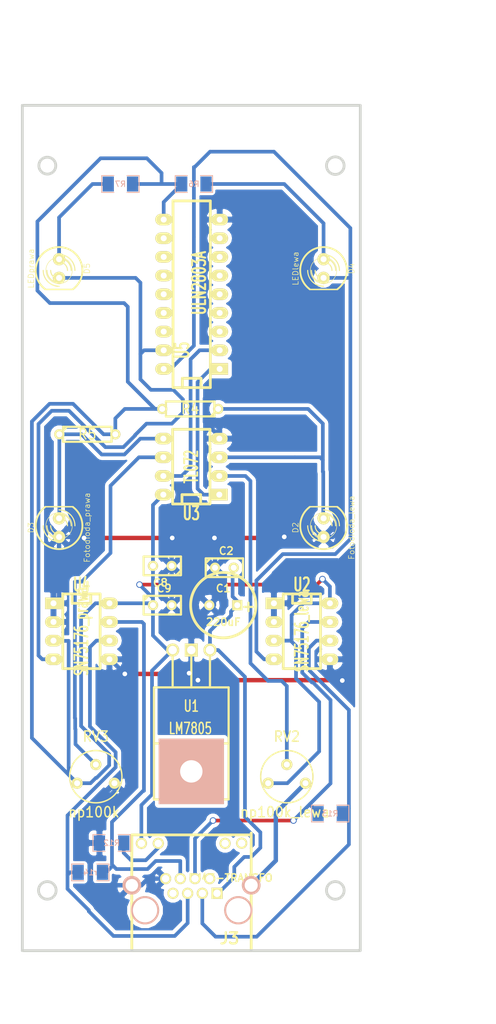
<source format=kicad_pcb>
(kicad_pcb (version 3) (host pcbnew "(2013-07-07 BZR 4022)-stable")
  (layers (15 Front signal) (0 Back signal))
  (net 0 "")
  (net 1 +5V)
  (net 2 GND)
  (net 3 N-0000020)
  (net 4 N-0000022)
  (net 5 N-0000023)
  (net 6 N-0000024)
  (net 7 N-0000025)
  (net 8 N-0000026)
  (net 9 N-0000027)
  (net 10 N-0000028)
  (net 11 N-000003)
  (net 12 N-0000030)
  (net 13 N-0000031)
  (net 14 N-0000032)
  (net 15 N-0000033)
  (net 16 N-000005)
  (net 17 N-000006)
  (net 18 N-000007)
  (module C1 (layer Front) (at 145.69948 118.95074 180)
    (fp_text reference C8)
    (fp_text value 100nF hide)
    (pad 1 thru_hole circle (at -1.27 0 180) (size 1.397 1.397) (drill 0.8128) (layers *.Cu *.Mask Opisowa_Gorna) (net 2 GND))
    (pad 2 thru_hole circle (at 1.27 0 180) (size 1.397 1.397) (drill 0.8128) (layers *.Cu *.Mask Opisowa_Gorna) (net 1 +5V))
  )
  (module C1 (layer Front) (at 154.15006 119.19966)
    (fp_text reference C2)
    (fp_text value 100nF hide)
    (pad 1 thru_hole circle (at -1.27 0) (size 1.397 1.397) (drill 0.8128) (layers *.Cu *.Mask Opisowa_Gorna) (net 2 GND))
    (pad 2 thru_hole circle (at 1.27 0) (size 1.397 1.397) (drill 0.8128) (layers *.Cu *.Mask Opisowa_Gorna) (net 12 N-0000030))
  )
  (module DIP-8__300_ELL (layer Front) (at 164.70122 127.8509 270)
    (fp_text reference U2)
    (fp_text value SN75176_lewa)
    (pad 1 thru_hole rect (at -3.81 3.81 270) (size 1.5748 2.286) (drill 0.8128) (layers *.Cu *.Mask Opisowa_Gorna) (net 2 GND))
    (pad 2 thru_hole oval (at -1.27 3.81 270) (size 1.5748 2.286) (drill 0.8128) (layers *.Cu *.Mask Opisowa_Gorna) (net 2 GND))
    (pad 3 thru_hole oval (at 1.27 3.81 270) (size 1.5748 2.286) (drill 0.8128) (layers *.Cu *.Mask Opisowa_Gorna) (net 1 +5V))
    (pad 4 thru_hole oval (at 3.81 3.81 270) (size 1.5748 2.286) (drill 0.8128) (layers *.Cu *.Mask Opisowa_Gorna) (net 6 N-0000024))
    (pad 5 thru_hole oval (at 3.81 -3.81 270) (size 1.5748 2.286) (drill 0.8128) (layers *.Cu *.Mask Opisowa_Gorna) (net 2 GND))
    (pad 6 thru_hole oval (at 1.27 -3.81 270) (size 1.5748 2.286) (drill 0.8128) (layers *.Cu *.Mask Opisowa_Gorna) (net 14 N-0000032))
    (pad 7 thru_hole oval (at -1.27 -3.81 270) (size 1.5748 2.286) (drill 0.8128) (layers *.Cu *.Mask Opisowa_Gorna) (net 8 N-0000026))
    (pad 8 thru_hole oval (at -3.81 -3.81 270) (size 1.5748 2.286) (drill 0.8128) (layers *.Cu *.Mask Opisowa_Gorna) (net 1 +5V))
  )
  (module DIP-8__300_ELL (layer Front) (at 149.64918 105.45064 90)
    (fp_text reference U3)
    (fp_text value TL072)
    (pad 1 thru_hole rect (at -3.81 3.81 90) (size 1.5748 2.286) (drill 0.8128) (layers *.Cu *.Mask Opisowa_Gorna) (net 4 N-0000022))
    (pad 2 thru_hole oval (at -1.27 3.81 90) (size 1.5748 2.286) (drill 0.8128) (layers *.Cu *.Mask Opisowa_Gorna) (net 5 N-0000023))
    (pad 3 thru_hole oval (at 1.27 3.81 90) (size 1.5748 2.286) (drill 0.8128) (layers *.Cu *.Mask Opisowa_Gorna) (net 10 N-0000028))
    (pad 4 thru_hole oval (at 3.81 3.81 90) (size 1.5748 2.286) (drill 0.8128) (layers *.Cu *.Mask Opisowa_Gorna) (net 2 GND))
    (pad 5 thru_hole oval (at 3.81 -3.81 90) (size 1.5748 2.286) (drill 0.8128) (layers *.Cu *.Mask Opisowa_Gorna) (net 7 N-0000025))
    (pad 6 thru_hole oval (at 1.27 -3.81 90) (size 1.5748 2.286) (drill 0.8128) (layers *.Cu *.Mask Opisowa_Gorna) (net 11 N-000003))
    (pad 7 thru_hole oval (at -1.27 -3.81 90) (size 1.5748 2.286) (drill 0.8128) (layers *.Cu *.Mask Opisowa_Gorna) (net 18 N-000007))
    (pad 8 thru_hole oval (at -3.81 -3.81 90) (size 1.5748 2.286) (drill 0.8128) (layers *.Cu *.Mask Opisowa_Gorna) (net 1 +5V))
  )
  (module DIP-8__300_ELL (layer Front) (at 134.69874 127.8509 270)
    (fp_text reference U4)
    (fp_text value SN75176_prawa)
    (pad 1 thru_hole rect (at -3.81 3.81 270) (size 1.5748 2.286) (drill 0.8128) (layers *.Cu *.Mask Opisowa_Gorna) (net 2 GND))
    (pad 2 thru_hole oval (at -1.27 3.81 270) (size 1.5748 2.286) (drill 0.8128) (layers *.Cu *.Mask Opisowa_Gorna) (net 2 GND))
    (pad 3 thru_hole oval (at 1.27 3.81 270) (size 1.5748 2.286) (drill 0.8128) (layers *.Cu *.Mask Opisowa_Gorna) (net 1 +5V))
    (pad 4 thru_hole oval (at 3.81 3.81 270) (size 1.5748 2.286) (drill 0.8128) (layers *.Cu *.Mask Opisowa_Gorna) (net 15 N-0000033))
    (pad 5 thru_hole oval (at 3.81 -3.81 270) (size 1.5748 2.286) (drill 0.8128) (layers *.Cu *.Mask Opisowa_Gorna) (net 2 GND))
    (pad 6 thru_hole oval (at 1.27 -3.81 270) (size 1.5748 2.286) (drill 0.8128) (layers *.Cu *.Mask Opisowa_Gorna) (net 13 N-0000031))
    (pad 7 thru_hole oval (at -1.27 -3.81 270) (size 1.5748 2.286) (drill 0.8128) (layers *.Cu *.Mask Opisowa_Gorna) (net 9 N-0000027))
    (pad 8 thru_hole oval (at -3.81 -3.81 270) (size 1.5748 2.286) (drill 0.8128) (layers *.Cu *.Mask Opisowa_Gorna) (net 1 +5V))
  )
  (module LED-5MM (layer Front) (at 131.65074 113.74882 90)
    (fp_text reference D3)
    (fp_text value Fotodioda_prawa)
    (pad 1 thru_hole circle (at -1.27 0 90) (size 1.6764 1.6764) (drill 0.8128) (layers *.Cu Pasty_Gorna Opisowa_Gorna Maski_Gorna) (net 2 GND))
    (pad 2 thru_hole circle (at 1.27 0 90) (size 1.6764 1.6764) (drill 0.8128) (layers *.Cu Pasty_Gorna Opisowa_Gorna Maski_Gorna) (net 7 N-0000025))
  )
  (module LED-5MM (layer Front) (at 167.65016 113.74882 90)
    (fp_text reference D2)
    (fp_text value Fotodioda_lewa)
    (pad 1 thru_hole circle (at -1.27 0 90) (size 1.6764 1.6764) (drill 0.8128) (layers *.Cu Pasty_Gorna Opisowa_Gorna Maski_Gorna) (net 2 GND))
    (pad 2 thru_hole circle (at 1.27 0 90) (size 1.6764 1.6764) (drill 0.8128) (layers *.Cu Pasty_Gorna Opisowa_Gorna Maski_Gorna) (net 10 N-0000028))
  )
  (module LM78XX (layer Front) (at 149.64918 130.40106 270)
    (fp_text reference U1)
    (fp_text value LM7805)
    (pad 4 thru_hole rect (at 16.51 0 270) (size 8.89 8.89) (drill 3.048) (layers *.Cu *.SilkS *.Mask))
    (pad VI thru_hole circle (at 0 -2.54 270) (size 1.778 1.778) (drill 1.143) (layers *.Cu *.Mask Opisowa_Gorna) (net 12 N-0000030))
    (pad GND thru_hole rect (at 0 0 270) (size 1.778 1.778) (drill 1.143) (layers *.Cu *.Mask Opisowa_Gorna) (net 2 GND))
    (pad VO thru_hole circle (at 0 2.54 270) (size 1.778 1.778) (drill 1.143) (layers *.Cu *.Mask Opisowa_Gorna) (net 1 +5V))
  )
  (module R3 (layer Front) (at 135.49884 101.04882)
    (fp_text reference R5)
    (fp_text value 1,5M hide)
    (pad 1 thru_hole circle (at -3.81 0) (size 1.397 1.397) (drill 0.8128) (layers *.Cu *.Mask Opisowa_Gorna) (net 7 N-0000025))
    (pad 2 thru_hole circle (at 3.81 0) (size 1.397 1.397) (drill 0.8128) (layers *.Cu *.Mask Opisowa_Gorna) (net 1 +5V))
  )
  (module R3 (layer Front) (at 149.49932 97.5995 180)
    (fp_text reference R4)
    (fp_text value 1,5M hide)
    (pad 1 thru_hole circle (at -3.81 0 180) (size 1.397 1.397) (drill 0.8128) (layers *.Cu *.Mask Opisowa_Gorna) (net 10 N-0000028))
    (pad 2 thru_hole circle (at 3.81 0 180) (size 1.397 1.397) (drill 0.8128) (layers *.Cu *.Mask Opisowa_Gorna) (net 1 +5V))
  )
  (module RV2 (layer Front) (at 136.64946 147.24888)
    (fp_text reference RV3)
    (fp_text value np100k)
    (pad 1 thru_hole circle (at -2.54 1.27) (size 1.524 1.524) (drill 0.8128) (layers *.Cu *.Mask Opisowa_Gorna) (net 1 +5V))
    (pad 2 thru_hole circle (at 0 -1.27) (size 1.524 1.524) (drill 0.8128) (layers *.Cu *.Mask Opisowa_Gorna) (net 11 N-000003))
    (pad 3 thru_hole circle (at 2.54 1.27) (size 1.524 1.524) (drill 0.8128) (layers *.Cu *.Mask Opisowa_Gorna) (net 2 GND))
  )
  (module RV2 (layer Front) (at 162.6489 147.24888)
    (fp_text reference RV2)
    (fp_text value np100k_lewa)
    (pad 1 thru_hole circle (at -2.54 1.27) (size 1.524 1.524) (drill 0.8128) (layers *.Cu *.Mask Opisowa_Gorna) (net 1 +5V))
    (pad 2 thru_hole circle (at 0 -1.27) (size 1.524 1.524) (drill 0.8128) (layers *.Cu *.Mask Opisowa_Gorna) (net 5 N-0000023))
    (pad 3 thru_hole circle (at 2.54 1.27) (size 1.524 1.524) (drill 0.8128) (layers *.Cu *.Mask Opisowa_Gorna) (net 2 GND))
  )
  (module LED-5MM (layer Front) (at 131.65074 78.50124 270)
    (fp_text reference D5)
    (fp_text value LEDprawa)
    (pad 1 thru_hole circle (at -1.27 0 270) (size 1.6764 1.6764) (drill 0.8128) (layers *.Cu Pasty_Gorna Opisowa_Gorna Maski_Gorna) (net 17 N-000006))
    (pad 2 thru_hole circle (at 1.27 0 270) (size 1.6764 1.6764) (drill 0.8128) (layers *.Cu Pasty_Gorna Opisowa_Gorna Maski_Gorna) (net 15 N-0000033))
  )
  (module LED-5MM (layer Front) (at 167.65016 78.50124 270)
    (fp_text reference D4)
    (fp_text value LEDlewa)
    (pad 1 thru_hole circle (at -1.27 0 270) (size 1.6764 1.6764) (drill 0.8128) (layers *.Cu Pasty_Gorna Opisowa_Gorna Maski_Gorna) (net 16 N-000005))
    (pad 2 thru_hole circle (at 1.27 0 270) (size 1.6764 1.6764) (drill 0.8128) (layers *.Cu Pasty_Gorna Opisowa_Gorna Maski_Gorna) (net 6 N-0000024))
  )
  (module RJ45_RJHSE (layer Front) (at 154.8511 161.50082)
    (fp_text reference J3)
    (fp_text value RJ45-TRANSFO)
    (pad Hole thru_hole circle (at 1.19888 4.30022) (size 3.85064 3.85064) (drill 3.302) (layers *.Cu *.SilkS *.Mask))
    (pad Hole thru_hole circle (at -11.50112 4.30022) (size 3.85064 3.85064) (drill 3.302) (layers *.Cu *.SilkS *.Mask))
    (pad 8 thru_hole circle (at -8.6995 0) (size 1.524 1.524) (drill 1.016) (layers *.Cu *.Mask Opisowa_Gorna) (net 2 GND))
    (pad 7 thru_hole circle (at -7.69874 1.99898) (size 1.524 1.524) (drill 1.016) (layers *.Cu *.Mask Opisowa_Gorna))
    (pad 6 thru_hole circle (at -6.70052 0) (size 1.524 1.524) (drill 1.016) (layers *.Cu *.Mask Opisowa_Gorna) (net 9 N-0000027))
    (pad 5 thru_hole circle (at -5.69976 1.99898) (size 1.524 1.524) (drill 1.016) (layers *.Cu *.Mask Opisowa_Gorna) (net 13 N-0000031))
    (pad 4 thru_hole circle (at -4.699 0) (size 1.524 1.524) (drill 1.016) (layers *.Cu *.Mask Opisowa_Gorna) (net 8 N-0000026))
    (pad 3 thru_hole circle (at -3.70078 1.99898) (size 1.524 1.524) (drill 1.016) (layers *.Cu *.Mask Opisowa_Gorna) (net 14 N-0000032))
    (pad 2 thru_hole circle (at -2.70002 0) (size 1.524 1.524) (drill 1.016) (layers *.Cu *.Mask Opisowa_Gorna))
    (pad 13 thru_hole circle (at 2.94894 0.89916) (size 2.54 2.54) (drill 1.778) (layers *.Cu *.SilkS *.Mask) (net 2 GND))
    (pad 13 thru_hole circle (at -13.29944 0.89916) (size 2.54 2.54) (drill 1.69926) (layers *.Cu *.SilkS *.Mask) (net 2 GND))
    (pad YK thru_hole circle (at -9.70026 -4.8006) (size 1.524 1.524) (drill 1.016) (layers *.Cu *.Mask Opisowa_Gorna) (net 3 N-0000020))
    (pad GA thru_hole circle (at -0.59944 -4.8006) (size 1.524 1.524) (drill 1.016) (layers *.Cu *.Mask Opisowa_Gorna))
    (pad YA thru_hole circle (at -11.99896 -4.8006) (size 1.524 1.524) (drill 1.016) (layers *.Cu *.Mask Opisowa_Gorna) (net 1 +5V))
    (pad GK thru_hole circle (at 1.651 -4.826) (size 1.524 1.524) (drill 1.016) (layers *.Cu *.Mask Opisowa_Gorna))
    (pad 1 thru_hole rect (at -1.69926 1.99898) (size 1.524 1.524) (drill 1.016) (layers *.Cu *.Mask Opisowa_Gorna) (net 12 N-0000030))
  )
  (module SM1206 (layer Back) (at 150 67)
    (fp_text reference R6)
    (fp_text value 470 hide)
    (pad 1 smd rect (at -1.651 0) (size 1.524 2.032) (layers Back Pasty_Dolna Maski_Dolna) (net 1 +5V))
    (pad 2 smd rect (at 1.651 0) (size 1.524 2.032) (layers Back Pasty_Dolna Maski_Dolna) (net 16 N-000005))
  )
  (module SM1206 (layer Back) (at 140 67 180)
    (fp_text reference R7)
    (fp_text value 470 hide)
    (pad 1 smd rect (at -1.651 0 180) (size 1.524 2.032) (layers Back Pasty_Dolna Maski_Dolna) (net 1 +5V))
    (pad 2 smd rect (at 1.651 0 180) (size 1.524 2.032) (layers Back Pasty_Dolna Maski_Dolna) (net 17 N-000006))
  )
  (module SM1206 (layer Back) (at 138.80084 156.64942 180)
    (fp_text reference R12)
    (fp_text value 470 hide)
    (pad 1 smd rect (at -1.651 0 180) (size 1.524 2.032) (layers Back Pasty_Dolna Maski_Dolna) (net 3 N-0000020))
    (pad 2 smd rect (at 1.651 0 180) (size 1.524 2.032) (layers Back Pasty_Dolna Maski_Dolna) (net 2 GND))
  )
  (module SM1206 (layer Back) (at 168.54932 152.64892)
    (fp_text reference R13)
    (fp_text value 100 hide)
    (pad 1 smd rect (at -1.651 0) (size 1.524 2.032) (layers Back Pasty_Dolna Maski_Dolna) (net 8 N-0000026))
    (pad 2 smd rect (at 1.651 0) (size 1.524 2.032) (layers Back Pasty_Dolna Maski_Dolna) (net 14 N-0000032))
  )
  (module SM1206 (layer Back) (at 135.90016 160.64992)
    (fp_text reference r14)
    (fp_text value 100 hide)
    (pad 1 smd rect (at -1.651 0) (size 1.524 2.032) (layers Back Pasty_Dolna Maski_Dolna) (net 13 N-0000031))
    (pad 2 smd rect (at 1.651 0) (size 1.524 2.032) (layers Back Pasty_Dolna Maski_Dolna) (net 9 N-0000027))
  )
  (module C1.5V8V (layer Front) (at 154.0002 124.29998 180)
    (fp_text reference C1)
    (fp_text value 220uF)
    (pad 1 thru_hole rect (at -1.905 0 180) (size 1.397 1.397) (drill 0.8128) (layers *.Cu *.Mask Opisowa_Gorna) (net 12 N-0000030))
    (pad 2 thru_hole circle (at 1.905 0 180) (size 1.397 1.397) (drill 0.8128) (layers *.Cu *.Mask Opisowa_Gorna) (net 2 GND))
  )
  (module C1 (layer Front) (at 145.69948 124.29998)
    (fp_text reference C9)
    (fp_text value 100uF hide)
    (pad 1 thru_hole circle (at -1.27 0) (size 1.397 1.397) (drill 0.8128) (layers *.Cu *.Mask Opisowa_Gorna) (net 1 +5V))
    (pad 2 thru_hole circle (at 1.27 0) (size 1.397 1.397) (drill 0.8128) (layers *.Cu *.Mask Opisowa_Gorna) (net 2 GND))
  )
  (module DIP-18__300_ELL (layer Front) (at 149.69998 81.99882 90)
    (fp_text reference U5)
    (fp_text value ULN2803A)
    (pad 1 thru_hole rect (at -10.16 3.81 90) (size 1.5748 2.286) (drill 0.8128) (layers *.Cu *.Mask Opisowa_Gorna) (net 4 N-0000022))
    (pad 2 thru_hole oval (at -7.62 3.81 90) (size 1.5748 2.286) (drill 0.8128) (layers *.Cu *.Mask Opisowa_Gorna) (net 18 N-000007))
    (pad 3 thru_hole oval (at -5.08 3.81 90) (size 1.5748 2.286) (drill 0.8128) (layers *.Cu *.Mask Opisowa_Gorna))
    (pad 4 thru_hole oval (at -2.54 3.81 90) (size 1.5748 2.286) (drill 0.8128) (layers *.Cu *.Mask Opisowa_Gorna))
    (pad 5 thru_hole oval (at 0 3.81 90) (size 1.5748 2.286) (drill 0.8128) (layers *.Cu *.Mask Opisowa_Gorna))
    (pad 6 thru_hole oval (at 2.54 3.81 90) (size 1.5748 2.286) (drill 0.8128) (layers *.Cu *.Mask Opisowa_Gorna))
    (pad 7 thru_hole oval (at 5.08 3.81 90) (size 1.5748 2.286) (drill 0.8128) (layers *.Cu *.Mask Opisowa_Gorna))
    (pad 8 thru_hole oval (at 7.62 3.81 90) (size 1.5748 2.286) (drill 0.8128) (layers *.Cu *.Mask Opisowa_Gorna))
    (pad 9 thru_hole oval (at 10.16 3.81 90) (size 1.5748 2.286) (drill 0.8128) (layers *.Cu *.Mask Opisowa_Gorna) (net 2 GND))
    (pad 10 thru_hole oval (at 10.16 -3.81 90) (size 1.5748 2.286) (drill 0.8128) (layers *.Cu *.Mask Opisowa_Gorna) (net 1 +5V))
    (pad 11 thru_hole oval (at 7.62 -3.81 90) (size 1.5748 2.286) (drill 0.8128) (layers *.Cu *.Mask Opisowa_Gorna))
    (pad 12 thru_hole oval (at 5.08 -3.81 90) (size 1.5748 2.286) (drill 0.8128) (layers *.Cu *.Mask Opisowa_Gorna))
    (pad 13 thru_hole oval (at 2.54 -3.81 90) (size 1.5748 2.286) (drill 0.8128) (layers *.Cu *.Mask Opisowa_Gorna))
    (pad 14 thru_hole oval (at 0 -3.81 90) (size 1.5748 2.286) (drill 0.8128) (layers *.Cu *.Mask Opisowa_Gorna))
    (pad 15 thru_hole oval (at -2.54 -3.81 90) (size 1.5748 2.286) (drill 0.8128) (layers *.Cu *.Mask Opisowa_Gorna))
    (pad 16 thru_hole oval (at -5.08 -3.81 90) (size 1.5748 2.286) (drill 0.8128) (layers *.Cu *.Mask Opisowa_Gorna))
    (pad 17 thru_hole oval (at -7.62 -3.81 90) (size 1.5748 2.286) (drill 0.8128) (layers *.Cu *.Mask Opisowa_Gorna) (net 15 N-0000033))
    (pad 18 thru_hole oval (at -10.16 -3.81 90) (size 1.5748 2.286) (drill 0.8128) (layers *.Cu *.Mask Opisowa_Gorna) (net 6 N-0000024))
  )
  (segment (start 145.68932 97.5995) (end 144.6995 97.5995) (width 0.50038) (layer Back) (net 1))
  (segment (start 145.6 65.5) (end 145.6 67) (width 0.50038) (layer Back) (net 1))
  (segment (start 143.6 63.5) (end 145.6 65.5) (width 0.50038) (layer Back) (net 1))
  (segment (start 137.3 63.5) (end 143.6 63.5) (width 0.50038) (layer Back) (net 1))
  (segment (start 128.7 72.1) (end 137.3 63.5) (width 0.50038) (layer Back) (net 1))
  (segment (start 128.7 81.5) (end 128.7 72.1) (width 0.50038) (layer Back) (net 1))
  (segment (start 130.4 83.2) (end 128.7 81.5) (width 0.50038) (layer Back) (net 1))
  (segment (start 140.5 83.2) (end 130.4 83.2) (width 0.50038) (layer Back) (net 1))
  (segment (start 141 83.7) (end 140.5 83.2) (width 0.50038) (layer Back) (net 1))
  (segment (start 141 93.9) (end 141 83.7) (width 0.50038) (layer Back) (net 1))
  (segment (start 144.6995 97.5995) (end 141 93.9) (width 0.50038) (layer Back) (net 1))
  (segment (start 145.88998 71.83882) (end 145.88998 69.45902) (width 0.50038) (layer Back) (net 1))
  (segment (start 145.88998 69.45902) (end 148.349 67) (width 0.50038) (layer Back) (net 1))
  (segment (start 148.349 67) (end 145.6 67) (width 0.50038) (layer Back) (net 1))
  (segment (start 145.6 67) (end 141.651 67) (width 0.50038) (layer Back) (net 1))
  (segment (start 139.30884 101.04882) (end 137.69848 101.04882) (width 0.50038) (layer Back) (net 1))
  (segment (start 127.94996 142.35938) (end 134.10946 148.51888) (width 0.50038) (layer Back) (net 1))
  (segment (start 127.94996 99.3013) (end 127.94996 142.35938) (width 0.50038) (layer Back) (net 1))
  (segment (start 130.35026 96.901) (end 127.94996 99.3013) (width 0.50038) (layer Back) (net 1))
  (segment (start 133.55066 96.901) (end 130.35026 96.901) (width 0.50038) (layer Back) (net 1))
  (segment (start 137.69848 101.04882) (end 133.55066 96.901) (width 0.50038) (layer Back) (net 1))
  (segment (start 168.51122 124.0409) (end 168.51122 121.75998) (width 0.50038) (layer Back) (net 1))
  (segment (start 144.42948 123.3297) (end 144.42948 124.29998) (width 0.50038) (layer Back) (net 1))
  (segment (start 142.60068 121.5009) (end 144.42948 123.3297) (width 0.50038) (layer Back) (net 1))
  (via (at 142.60068 121.5009) (size 0.889) (layers Front Back) (net 1))
  (segment (start 166.74846 121.5009) (end 142.60068 121.5009) (width 0.50038) (layer Front) (net 1))
  (segment (start 167.5003 120.74906) (end 166.74846 121.5009) (width 0.50038) (layer Front) (net 1))
  (via (at 167.5003 120.74906) (size 0.889) (layers Front Back) (net 1))
  (segment (start 168.51122 121.75998) (end 167.5003 120.74906) (width 0.50038) (layer Back) (net 1))
  (segment (start 139.30884 101.04882) (end 139.30884 98.88982) (width 0.50038) (layer Back) (net 1))
  (segment (start 140.59916 97.5995) (end 145.68932 97.5995) (width 0.50038) (layer Back) (net 1))
  (segment (start 139.30884 98.88982) (end 140.59916 97.5995) (width 0.50038) (layer Back) (net 1))
  (segment (start 163.29914 129.1209) (end 163.29914 125.65126) (width 0.50038) (layer Back) (net 1))
  (segment (start 164.9095 124.0409) (end 168.51122 124.0409) (width 0.50038) (layer Back) (net 1))
  (segment (start 163.29914 125.65126) (end 164.9095 124.0409) (width 0.50038) (layer Back) (net 1))
  (segment (start 160.89122 129.1209) (end 163.29914 129.1209) (width 0.50038) (layer Back) (net 1))
  (segment (start 160.1089 148.51888) (end 162.73018 148.51888) (width 0.50038) (layer Back) (net 1))
  (segment (start 163.17214 129.1209) (end 160.89122 129.1209) (width 0.50038) (layer Back) (net 1))
  (segment (start 163.90112 129.84988) (end 163.17214 129.1209) (width 0.50038) (layer Back) (net 1))
  (segment (start 163.90112 134.29996) (end 163.90112 129.84988) (width 0.50038) (layer Back) (net 1))
  (segment (start 167.05072 137.44956) (end 163.90112 134.29996) (width 0.50038) (layer Back) (net 1))
  (segment (start 167.05072 144.19834) (end 167.05072 137.44956) (width 0.50038) (layer Back) (net 1))
  (segment (start 162.73018 148.51888) (end 167.05072 144.19834) (width 0.50038) (layer Back) (net 1))
  (segment (start 142.85214 156.70022) (end 142.85214 151.4983) (width 0.50038) (layer Back) (net 1))
  (segment (start 144.29994 133.2103) (end 147.10918 130.40106) (width 0.50038) (layer Back) (net 1))
  (segment (start 144.29994 150.0505) (end 144.29994 133.2103) (width 0.50038) (layer Back) (net 1))
  (segment (start 142.85214 151.4983) (end 144.29994 150.0505) (width 0.50038) (layer Back) (net 1))
  (segment (start 130.88874 129.1209) (end 131.00304 129.1209) (width 0.50038) (layer Back) (net 1))
  (segment (start 131.00304 129.1209) (end 131.03606 129.15392) (width 0.50038) (layer Back) (net 1))
  (segment (start 131.03606 129.15392) (end 132.94614 129.15392) (width 0.50038) (layer Back) (net 1))
  (segment (start 132.94614 129.15392) (end 132.95122 129.159) (width 0.50038) (layer Back) (net 1))
  (segment (start 132.95122 129.159) (end 132.95122 147.36064) (width 0.50038) (layer Back) (net 1))
  (segment (start 132.95122 147.36064) (end 134.10946 148.51888) (width 0.50038) (layer Back) (net 1))
  (segment (start 138.50874 124.0409) (end 136.60882 124.0409) (width 0.50038) (layer Back) (net 1))
  (segment (start 136.60882 124.0409) (end 134.65048 125.99924) (width 0.50038) (layer Back) (net 1))
  (segment (start 134.65048 125.99924) (end 134.65048 140.74394) (width 0.50038) (layer Back) (net 1))
  (segment (start 134.65048 140.74394) (end 138.4681 144.56156) (width 0.50038) (layer Back) (net 1))
  (segment (start 138.4681 144.56156) (end 138.4681 146.08302) (width 0.50038) (layer Back) (net 1))
  (segment (start 138.4681 146.08302) (end 136.76122 147.7899) (width 0.50038) (layer Back) (net 1))
  (segment (start 136.76122 147.7899) (end 136.65962 147.7899) (width 0.50038) (layer Back) (net 1))
  (segment (start 136.65962 147.7899) (end 135.93064 148.51888) (width 0.50038) (layer Back) (net 1))
  (segment (start 135.93064 148.51888) (end 134.10946 148.51888) (width 0.50038) (layer Back) (net 1))
  (segment (start 138.50874 124.0409) (end 144.1704 124.0409) (width 0.50038) (layer Back) (net 1))
  (segment (start 144.1704 124.0409) (end 144.42948 124.29998) (width 0.50038) (layer Back) (net 1))
  (segment (start 144.42948 118.95074) (end 144.42948 110.67034) (width 0.50038) (layer Back) (net 1))
  (segment (start 144.42948 110.67034) (end 145.83918 109.26064) (width 0.50038) (layer Back) (net 1))
  (segment (start 144.42948 124.29998) (end 144.42948 118.95074) (width 0.50038) (layer Back) (net 1))
  (segment (start 147.10918 130.40106) (end 146.40052 130.40106) (width 0.50038) (layer Back) (net 1))
  (segment (start 146.40052 130.40106) (end 144.42948 128.43002) (width 0.50038) (layer Back) (net 1))
  (segment (start 144.42948 128.43002) (end 144.42948 124.29998) (width 0.50038) (layer Back) (net 1))
  (segment (start 158.04896 71.84898) (end 158.04896 76.3016) (width 0.59944) (layer Back) (net 2))
  (segment (start 159.04972 93.69806) (end 159.04972 95.04934) (width 0.59944) (layer Back) (net 2))
  (segment (start 156.64942 91.29776) (end 159.04972 93.69806) (width 0.59944) (layer Back) (net 2))
  (segment (start 156.64942 77.70114) (end 156.64942 91.29776) (width 0.59944) (layer Back) (net 2))
  (segment (start 158.04896 76.3016) (end 156.64942 77.70114) (width 0.59944) (layer Back) (net 2))
  (segment (start 134.8994 156.99994) (end 134.8994 157.65018) (width 0.59944) (layer Back) (net 2))
  (segment (start 135.8519 158.60268) (end 135.8519 162.39998) (width 0.59944) (layer Back) (net 2))
  (segment (start 134.8994 157.65018) (end 135.8519 158.60268) (width 0.59944) (layer Back) (net 2))
  (segment (start 168.51122 131.6609) (end 168.51122 132.85978) (width 0.59944) (layer Back) (net 2))
  (segment (start 149.64918 133.59892) (end 149.64918 130.40106) (width 0.59944) (layer Back) (net 2))
  (segment (start 150.55088 134.50062) (end 149.64918 133.59892) (width 0.59944) (layer Back) (net 2))
  (via (at 150.55088 134.50062) (size 0.889) (layers Front Back) (net 2))
  (segment (start 170.15206 134.50062) (end 150.55088 134.50062) (width 0.59944) (layer Front) (net 2))
  (segment (start 170.20032 134.54888) (end 170.15206 134.50062) (width 0.59944) (layer Front) (net 2))
  (via (at 170.20032 134.54888) (size 0.889) (layers Front Back) (net 2))
  (segment (start 168.51122 132.85978) (end 170.20032 134.54888) (width 0.59944) (layer Back) (net 2))
  (segment (start 149.64918 130.40106) (end 149.64918 133.25094) (width 0.59944) (layer Back) (net 2))
  (segment (start 149.64918 133.25094) (end 149.34946 133.55066) (width 0.59944) (layer Back) (net 2))
  (via (at 149.34946 133.55066) (size 0.889) (layers Front Back) (net 2))
  (segment (start 149.34946 133.55066) (end 149.2504 133.64972) (width 0.59944) (layer Front) (net 2))
  (segment (start 149.2504 133.64972) (end 140.59916 133.64972) (width 0.59944) (layer Front) (net 2))
  (via (at 140.59916 133.64972) (size 0.889) (layers Front Back) (net 2))
  (segment (start 140.59916 133.64972) (end 138.61034 131.6609) (width 0.59944) (layer Back) (net 2))
  (segment (start 138.61034 131.6609) (end 138.50874 131.6609) (width 0.59944) (layer Back) (net 2))
  (segment (start 167.65016 115.01882) (end 162.3187 115.01882) (width 0.59944) (layer Back) (net 2))
  (segment (start 152.88006 115.23218) (end 152.88006 119.19966) (width 0.59944) (layer Back) (net 2))
  (segment (start 152.79878 115.1509) (end 152.88006 115.23218) (width 0.59944) (layer Back) (net 2))
  (via (at 152.79878 115.1509) (size 0.889) (layers Front Back) (net 2))
  (segment (start 162.15106 115.1509) (end 152.79878 115.1509) (width 0.59944) (layer Front) (net 2))
  (segment (start 162.30092 115.00104) (end 162.15106 115.1509) (width 0.59944) (layer Front) (net 2))
  (via (at 162.30092 115.00104) (size 0.889) (layers Front Back) (net 2))
  (segment (start 162.3187 115.01882) (end 162.30092 115.00104) (width 0.59944) (layer Back) (net 2))
  (segment (start 131.65074 115.01882) (end 134.91718 115.01882) (width 0.59944) (layer Back) (net 2))
  (segment (start 146.96948 115.23218) (end 146.96948 118.95074) (width 0.59944) (layer Back) (net 2))
  (segment (start 147.05076 115.1509) (end 146.96948 115.23218) (width 0.59944) (layer Back) (net 2))
  (via (at 147.05076 115.1509) (size 0.889) (layers Front Back) (net 2))
  (segment (start 135.04926 115.1509) (end 147.05076 115.1509) (width 0.59944) (layer Front) (net 2))
  (via (at 135.04926 115.1509) (size 0.889) (layers Front Back) (net 2))
  (segment (start 134.91718 115.01882) (end 135.04926 115.1509) (width 0.59944) (layer Back) (net 2))
  (segment (start 160.89122 124.0409) (end 160.89122 119.95912) (width 0.59944) (layer Back) (net 2))
  (segment (start 171.45 123.55068) (end 171.3992 123.55068) (width 0.59944) (layer Back) (net 2))
  (segment (start 171.45 120.14962) (end 171.45 123.55068) (width 0.59944) (layer Back) (net 2))
  (segment (start 169.5069 118.20652) (end 171.45 120.14962) (width 0.59944) (layer Back) (net 2))
  (segment (start 162.64382 118.20652) (end 169.5069 118.20652) (width 0.59944) (layer Back) (net 2))
  (segment (start 160.89122 119.95912) (end 162.64382 118.20652) (width 0.59944) (layer Back) (net 2))
  (segment (start 149.64918 130.40106) (end 149.64918 127.381) (width 0.59944) (layer Back) (net 2))
  (segment (start 149.64918 127.381) (end 152.7302 124.29998) (width 0.59944) (layer Back) (net 2))
  (segment (start 153.45918 101.64064) (end 153.45918 101.31044) (width 0.59944) (layer Back) (net 2))
  (segment (start 152.64892 95.04934) (end 159.04972 95.04934) (width 0.59944) (layer Back) (net 2))
  (segment (start 151.50084 96.19742) (end 152.64892 95.04934) (width 0.59944) (layer Back) (net 2))
  (segment (start 151.50084 99.3521) (end 151.50084 96.19742) (width 0.59944) (layer Back) (net 2))
  (segment (start 153.45918 101.31044) (end 151.50084 99.3521) (width 0.59944) (layer Back) (net 2))
  (segment (start 159.04972 95.04934) (end 163.40074 95.04934) (width 0.59944) (layer Back) (net 2))
  (segment (start 168.88206 115.01882) (end 167.65016 115.01882) (width 0.59944) (layer Back) (net 2))
  (segment (start 163.40074 95.04934) (end 166.69766 95.04934) (width 0.59944) (layer Back) (net 2))
  (segment (start 166.69766 95.04934) (end 169.69994 98.05162) (width 0.59944) (layer Back) (net 2))
  (segment (start 169.69994 98.05162) (end 169.69994 114.20094) (width 0.59944) (layer Back) (net 2))
  (segment (start 169.69994 114.20094) (end 168.88206 115.01882) (width 0.59944) (layer Back) (net 2))
  (segment (start 168.51122 131.6609) (end 170.34002 131.6609) (width 0.59944) (layer Back) (net 2))
  (segment (start 170.34002 131.6609) (end 171.3992 130.60172) (width 0.59944) (layer Back) (net 2))
  (segment (start 171.3992 130.60172) (end 171.3992 123.55068) (width 0.59944) (layer Back) (net 2))
  (segment (start 137.14984 156.64942) (end 135.24992 156.64942) (width 0.59944) (layer Back) (net 2))
  (segment (start 135.24992 156.64942) (end 134.8994 156.99994) (width 0.59944) (layer Back) (net 2))
  (segment (start 134.8994 156.99994) (end 134.74954 157.1498) (width 0.59944) (layer Back) (net 2))
  (segment (start 141.55166 162.39998) (end 135.8519 162.39998) (width 0.59944) (layer Back) (net 2))
  (segment (start 137.50036 151.35098) (end 137.50036 151.30018) (width 0.59944) (layer Back) (net 2))
  (segment (start 134.74954 154.1018) (end 137.50036 151.35098) (width 0.59944) (layer Back) (net 2))
  (segment (start 134.74954 157.1498) (end 134.74954 154.1018) (width 0.59944) (layer Back) (net 2))
  (segment (start 139.18946 148.51888) (end 139.18946 147.90928) (width 0.59944) (layer Back) (net 2))
  (segment (start 139.18946 147.90928) (end 140.64996 146.44878) (width 0.59944) (layer Back) (net 2))
  (segment (start 140.64996 146.44878) (end 140.64996 136.54786) (width 0.59944) (layer Back) (net 2))
  (segment (start 140.64996 136.54786) (end 138.50874 134.40664) (width 0.59944) (layer Back) (net 2))
  (segment (start 138.50874 134.40664) (end 138.50874 131.6609) (width 0.59944) (layer Back) (net 2))
  (segment (start 157.80004 162.39998) (end 161.1503 159.04972) (width 0.59944) (layer Back) (net 2))
  (segment (start 161.1503 159.04972) (end 161.1503 152.55748) (width 0.59944) (layer Back) (net 2))
  (segment (start 161.1503 152.55748) (end 165.1889 148.51888) (width 0.59944) (layer Back) (net 2))
  (segment (start 141.55166 162.39998) (end 142.8496 162.39998) (width 0.59944) (layer Back) (net 2))
  (segment (start 143.74876 161.50082) (end 146.1516 161.50082) (width 0.59944) (layer Back) (net 2))
  (segment (start 142.8496 162.39998) (end 143.74876 161.50082) (width 0.59944) (layer Back) (net 2))
  (segment (start 139.18946 149.61108) (end 139.18946 148.51888) (width 0.59944) (layer Back) (net 2))
  (segment (start 137.50036 151.30018) (end 139.18946 149.61108) (width 0.59944) (layer Back) (net 2))
  (segment (start 149.64918 130.40106) (end 149.64918 126.97968) (width 0.59944) (layer Back) (net 2))
  (segment (start 149.64918 126.97968) (end 146.96948 124.29998) (width 0.59944) (layer Back) (net 2))
  (segment (start 146.96948 124.29998) (end 146.96948 118.95074) (width 0.59944) (layer Back) (net 2))
  (segment (start 152.7302 124.29998) (end 152.7302 119.34952) (width 0.59944) (layer Back) (net 2))
  (segment (start 152.7302 119.34952) (end 152.88006 119.19966) (width 0.59944) (layer Back) (net 2))
  (segment (start 160.89122 126.5809) (end 160.89122 124.0409) (width 0.59944) (layer Back) (net 2))
  (segment (start 158.04896 71.84898) (end 153.52014 71.84898) (width 0.59944) (layer Back) (net 2))
  (segment (start 153.52014 71.84898) (end 153.50998 71.83882) (width 0.59944) (layer Back) (net 2))
  (segment (start 131.65074 123.2789) (end 130.88874 124.0409) (width 0.59944) (layer Back) (net 2))
  (segment (start 130.88874 124.0409) (end 130.88874 126.5809) (width 0.59944) (layer Back) (net 2))
  (segment (start 131.65074 115.01882) (end 131.65074 123.2789) (width 0.59944) (layer Back) (net 2))
  (segment (start 140.45184 158.0007) (end 140.45184 156.64942) (width 0.50038) (layer Back) (net 3))
  (segment (start 145.15084 156.70022) (end 145.15084 157.29966) (width 0.50038) (layer Back) (net 3))
  (segment (start 145.15084 157.29966) (end 143.45158 158.99892) (width 0.50038) (layer Back) (net 3))
  (segment (start 143.45158 158.99892) (end 141.45006 158.99892) (width 0.50038) (layer Back) (net 3))
  (segment (start 141.45006 158.99892) (end 140.45184 158.0007) (width 0.50038) (layer Back) (net 3))
  (segment (start 153.50998 92.15882) (end 152.29078 92.15882) (width 0.50038) (layer Back) (net 4))
  (segment (start 152.29078 92.15882) (end 150.50008 93.94952) (width 0.50038) (layer Back) (net 4))
  (segment (start 150.50008 93.94952) (end 150.50008 108.45038) (width 0.50038) (layer Back) (net 4))
  (segment (start 150.50008 108.45038) (end 151.31034 109.26064) (width 0.50038) (layer Back) (net 4))
  (segment (start 151.31034 109.26064) (end 153.45918 109.26064) (width 0.50038) (layer Back) (net 4))
  (segment (start 157.02026 106.72064) (end 153.45918 106.72064) (width 0.50038) (layer Back) (net 5))
  (segment (start 157.70098 107.40136) (end 157.02026 106.72064) (width 0.50038) (layer Back) (net 5))
  (segment (start 157.70098 132.20192) (end 157.70098 107.40136) (width 0.50038) (layer Back) (net 5))
  (segment (start 160.09874 134.59968) (end 157.70098 132.20192) (width 0.50038) (layer Back) (net 5))
  (segment (start 161.9504 134.59968) (end 160.09874 134.59968) (width 0.50038) (layer Back) (net 5))
  (segment (start 162.6489 135.29818) (end 161.9504 134.59968) (width 0.50038) (layer Back) (net 5))
  (segment (start 162.6489 145.97888) (end 162.6489 135.29818) (width 0.50038) (layer Back) (net 5))
  (segment (start 150 64.7) (end 150.1 64.7) (width 0.50038) (layer Back) (net 6))
  (segment (start 150.1 64.7) (end 152.19916 62.60084) (width 0.50038) (layer Back) (net 6))
  (segment (start 150 73.15) (end 150 64.7) (width 0.50038) (layer Back) (net 6))
  (segment (start 150 74.2) (end 149.9997 74.2) (width 0.50038) (layer Back) (net 6))
  (segment (start 150 73.15) (end 150 74.2) (width 0.50038) (layer Back) (net 6))
  (segment (start 167.65016 79.77124) (end 171.30014 79.77124) (width 0.50038) (layer Back) (net 6))
  (segment (start 171.3 79.4) (end 171.30014 79.4) (width 0.50038) (layer Back) (net 6))
  (segment (start 171.3 79.7711) (end 171.3 79.4) (width 0.50038) (layer Back) (net 6))
  (segment (start 171.30014 79.77124) (end 171.3 79.7711) (width 0.50038) (layer Back) (net 6))
  (segment (start 162.10026 117.35054) (end 169.25036 117.35054) (width 0.50038) (layer Back) (net 6))
  (segment (start 159.56026 131.6609) (end 158.5087 130.60934) (width 0.50038) (layer Back) (net 6))
  (segment (start 158.5087 130.60934) (end 158.5087 120.9421) (width 0.50038) (layer Back) (net 6))
  (segment (start 158.5087 120.9421) (end 162.10026 117.35054) (width 0.50038) (layer Back) (net 6))
  (segment (start 169.25036 117.35054) (end 171.30014 115.30076) (width 0.50038) (layer Back) (net 6))
  (segment (start 171.30014 115.30076) (end 171.30014 83.05038) (width 0.50038) (layer Back) (net 6))
  (segment (start 145.88998 92.15882) (end 146.84248 92.15882) (width 0.50038) (layer Back) (net 6))
  (segment (start 146.84248 92.15882) (end 149.9997 89.0016) (width 0.50038) (layer Back) (net 6))
  (segment (start 149.9997 89.0016) (end 149.9997 74.2) (width 0.50038) (layer Back) (net 6))
  (segment (start 171.30014 73.00214) (end 171.30014 79.4) (width 0.50038) (layer Back) (net 6))
  (segment (start 171.30014 79.4) (end 171.30014 83.05038) (width 0.50038) (layer Back) (net 6))
  (segment (start 160.89884 62.60084) (end 171.30014 73.00214) (width 0.50038) (layer Back) (net 6))
  (segment (start 152.19916 62.60084) (end 160.89884 62.60084) (width 0.50038) (layer Back) (net 6))
  (segment (start 160.89122 131.6609) (end 159.56026 131.6609) (width 0.50038) (layer Back) (net 6))
  (segment (start 131.68884 112.44072) (end 131.65074 112.47882) (width 0.50038) (layer Back) (net 7))
  (segment (start 142.70736 101.64064) (end 145.83918 101.64064) (width 0.50038) (layer Back) (net 7))
  (segment (start 131.68884 101.04882) (end 134.69874 101.04882) (width 0.50038) (layer Back) (net 7))
  (segment (start 140.54836 103.79964) (end 142.70736 101.64064) (width 0.50038) (layer Back) (net 7))
  (segment (start 137.44956 103.79964) (end 140.54836 103.79964) (width 0.50038) (layer Back) (net 7))
  (segment (start 134.69874 101.04882) (end 137.44956 103.79964) (width 0.50038) (layer Back) (net 7))
  (segment (start 131.68884 101.04882) (end 131.68884 112.44072) (width 0.50038) (layer Back) (net 7))
  (segment (start 166.89832 152.64892) (end 166.89832 152.54732) (width 0.50038) (layer Back) (net 8))
  (segment (start 166.89832 152.54732) (end 165.75024 151.39924) (width 0.50038) (layer Back) (net 8))
  (segment (start 168.60012 137.20064) (end 166.19982 134.80034) (width 0.50038) (layer Back) (net 8))
  (segment (start 166.05758 134.80034) (end 164.74948 133.49224) (width 0.50038) (layer Back) (net 8))
  (segment (start 168.60012 148.54936) (end 168.60012 137.20064) (width 0.50038) (layer Back) (net 8))
  (segment (start 164.74948 127.44958) (end 165.61816 126.5809) (width 0.50038) (layer Back) (net 8))
  (segment (start 165.61816 126.5809) (end 168.51122 126.5809) (width 0.50038) (layer Back) (net 8))
  (segment (start 163.5506 153.59888) (end 165.75024 151.39924) (width 0.50038) (layer Back) (net 8))
  (segment (start 165.75024 151.39924) (end 168.60012 148.54936) (width 0.50038) (layer Back) (net 8))
  (segment (start 166.19982 134.80034) (end 166.05758 134.80034) (width 0.50038) (layer Back) (net 8))
  (via (at 163.5506 153.59888) (size 0.889) (layers Front Back) (net 8))
  (segment (start 152.60066 153.59888) (end 163.5506 153.59888) (width 0.50038) (layer Front) (net 8))
  (via (at 152.60066 153.59888) (size 0.889) (layers Front Back) (net 8))
  (segment (start 164.74948 133.49224) (end 164.74948 127.44958) (width 0.50038) (layer Back) (net 8))
  (segment (start 150.1521 156.04744) (end 152.60066 153.59888) (width 0.50038) (layer Back) (net 8))
  (segment (start 150.1521 161.50082) (end 150.1521 156.04744) (width 0.50038) (layer Back) (net 8))
  (segment (start 137.55116 160.64992) (end 138.05408 160.64992) (width 0.50038) (layer Back) (net 9))
  (segment (start 138.05408 160.64992) (end 138.9761 159.7279) (width 0.50038) (layer Back) (net 9))
  (segment (start 143.20012 149.55012) (end 143.20012 126.85014) (width 0.50038) (layer Back) (net 9))
  (segment (start 143.20012 126.85014) (end 142.93088 126.5809) (width 0.50038) (layer Back) (net 9))
  (segment (start 142.93088 126.5809) (end 138.50874 126.5809) (width 0.50038) (layer Back) (net 9))
  (segment (start 143.20012 149.55012) (end 143.09852 149.55012) (width 0.50038) (layer Back) (net 9))
  (segment (start 138.8491 153.79954) (end 143.09852 149.55012) (width 0.50038) (layer Back) (net 9))
  (segment (start 144.80032 159.10052) (end 143.7005 160.20034) (width 0.50038) (layer Back) (net 9))
  (segment (start 143.7005 160.20034) (end 139.44854 160.20034) (width 0.50038) (layer Back) (net 9))
  (segment (start 139.44854 160.20034) (end 138.9761 159.7279) (width 0.50038) (layer Back) (net 9))
  (segment (start 138.9761 159.7279) (end 138.8491 159.6009) (width 0.50038) (layer Back) (net 9))
  (segment (start 138.8491 159.6009) (end 138.8491 153.79954) (width 0.50038) (layer Back) (net 9))
  (segment (start 148.15058 159.10052) (end 144.80032 159.10052) (width 0.50038) (layer Back) (net 9))
  (segment (start 148.15058 159.10052) (end 148.15058 161.50082) (width 0.50038) (layer Back) (net 9))
  (segment (start 163.75126 104.18064) (end 167.18026 104.18064) (width 0.50038) (layer Back) (net 10))
  (segment (start 167.18026 104.18064) (end 167.5511 104.55148) (width 0.50038) (layer Back) (net 10))
  (segment (start 153.30932 97.5995) (end 165.54958 97.5995) (width 0.50038) (layer Back) (net 10))
  (segment (start 165.54958 97.5995) (end 167.5511 99.60102) (width 0.50038) (layer Back) (net 10))
  (segment (start 167.5511 99.60102) (end 167.5511 104.55148) (width 0.50038) (layer Back) (net 10))
  (segment (start 167.5511 106.14914) (end 167.60952 106.14914) (width 0.50038) (layer Back) (net 10))
  (segment (start 167.5511 104.55148) (end 167.5511 106.14914) (width 0.50038) (layer Back) (net 10))
  (segment (start 167.60952 106.14914) (end 167.60952 112.43818) (width 0.50038) (layer Back) (net 10))
  (segment (start 167.60952 112.43818) (end 167.65016 112.47882) (width 0.50038) (layer Back) (net 10))
  (segment (start 153.45918 104.18064) (end 163.75126 104.18064) (width 0.50038) (layer Back) (net 10))
  (segment (start 133.79958 121.09958) (end 134.75208 121.09958) (width 0.50038) (layer Back) (net 11))
  (segment (start 138.65098 117.20068) (end 138.65098 108.04906) (width 0.50038) (layer Back) (net 11))
  (segment (start 134.75208 121.09958) (end 138.65098 117.20068) (width 0.50038) (layer Back) (net 11))
  (segment (start 133.88594 143.21536) (end 133.88594 141.1859) (width 0.50038) (layer Back) (net 11))
  (segment (start 133.79958 139.65174) (end 133.79958 121.09958) (width 0.50038) (layer Back) (net 11))
  (segment (start 133.84276 139.69492) (end 133.79958 139.65174) (width 0.50038) (layer Back) (net 11))
  (segment (start 133.84276 141.14272) (end 133.84276 139.69492) (width 0.50038) (layer Back) (net 11))
  (segment (start 133.88594 141.1859) (end 133.84276 141.14272) (width 0.50038) (layer Back) (net 11))
  (segment (start 145.83918 104.18064) (end 142.5194 104.18064) (width 0.50038) (layer Back) (net 11))
  (segment (start 142.5194 104.18064) (end 138.65098 108.04906) (width 0.50038) (layer Back) (net 11))
  (segment (start 133.88594 143.21536) (end 136.64946 145.97888) (width 0.50038) (layer Back) (net 11))
  (segment (start 155.05176 125.69952) (end 155.05176 125.15342) (width 0.50038) (layer Back) (net 12))
  (segment (start 155.05176 125.15342) (end 155.9052 124.29998) (width 0.50038) (layer Back) (net 12))
  (segment (start 155.9052 124.29998) (end 155.9052 123.75388) (width 0.50038) (layer Back) (net 12))
  (segment (start 155.2702 123.07062) (end 155.2702 119.34952) (width 0.50038) (layer Back) (net 12))
  (segment (start 155.9052 123.75388) (end 155.2702 123.11888) (width 0.50038) (layer Back) (net 12))
  (segment (start 155.2702 123.11888) (end 155.2702 123.07062) (width 0.50038) (layer Back) (net 12))
  (segment (start 155.2702 119.34952) (end 155.42006 119.19966) (width 0.50038) (layer Back) (net 12))
  (segment (start 153.3017 163.4998) (end 155.4988 161.3027) (width 0.50038) (layer Back) (net 12))
  (segment (start 155.4988 161.3027) (end 155.4988 159.90062) (width 0.50038) (layer Back) (net 12))
  (segment (start 155.4988 159.90062) (end 156.85008 158.54934) (width 0.50038) (layer Back) (net 12))
  (segment (start 156.85008 158.54934) (end 157.80004 158.54934) (width 0.50038) (layer Back) (net 12))
  (segment (start 157.80004 158.54934) (end 159.04972 157.29966) (width 0.50038) (layer Back) (net 12))
  (segment (start 159.04972 157.29966) (end 159.04972 155.19908) (width 0.50038) (layer Back) (net 12))
  (segment (start 153.55062 126.44882) (end 154.30246 126.44882) (width 0.50038) (layer Back) (net 12))
  (segment (start 152.18918 127.81026) (end 153.55062 126.44882) (width 0.50038) (layer Back) (net 12))
  (segment (start 154.30246 126.44882) (end 155.05176 125.69952) (width 0.50038) (layer Back) (net 12))
  (segment (start 152.18918 130.40106) (end 152.18918 127.81026) (width 0.50038) (layer Back) (net 12))
  (segment (start 155.2702 119.34952) (end 155.42006 119.19966) (width 0.50038) (layer Back) (net 12))
  (segment (start 159.04972 155.19908) (end 156.94914 153.0985) (width 0.50038) (layer Back) (net 12))
  (segment (start 156.94914 153.0985) (end 156.94914 134.0485) (width 0.50038) (layer Back) (net 12))
  (segment (start 156.94914 134.0485) (end 153.3017 130.40106) (width 0.50038) (layer Back) (net 12))
  (segment (start 153.15184 163.4998) (end 153.3017 163.4998) (width 0.50038) (layer Back) (net 12))
  (segment (start 153.3017 130.40106) (end 152.18918 130.40106) (width 0.50038) (layer Back) (net 12))
  (segment (start 134.24916 160.64992) (end 133.14934 160.64992) (width 0.50038) (layer Back) (net 13))
  (segment (start 133.14934 160.64992) (end 132.79882 161.00044) (width 0.50038) (layer Back) (net 13))
  (segment (start 135.6995 165.94836) (end 135.6995 165.7985) (width 0.50038) (layer Back) (net 13))
  (segment (start 132.79882 152.90038) (end 139.34948 146.34972) (width 0.50038) (layer Back) (net 13))
  (segment (start 132.79882 162.89782) (end 132.79882 161.00044) (width 0.50038) (layer Back) (net 13))
  (segment (start 132.79882 161.00044) (end 132.79882 152.90038) (width 0.50038) (layer Back) (net 13))
  (segment (start 135.6995 165.7985) (end 132.79882 162.89782) (width 0.50038) (layer Back) (net 13))
  (segment (start 139.34948 144.29994) (end 135.84936 140.79982) (width 0.50038) (layer Back) (net 13))
  (segment (start 139.34948 146.34972) (end 139.34948 144.29994) (width 0.50038) (layer Back) (net 13))
  (segment (start 149.15134 163.4998) (end 149.15134 167.54856) (width 0.50038) (layer Back) (net 13))
  (segment (start 136.73074 129.1209) (end 138.50874 129.1209) (width 0.50038) (layer Back) (net 13))
  (segment (start 135.84936 140.79982) (end 135.84936 130.00228) (width 0.50038) (layer Back) (net 13))
  (segment (start 135.84936 130.00228) (end 136.73074 129.1209) (width 0.50038) (layer Back) (net 13))
  (segment (start 139.0523 169.30116) (end 135.6995 165.94836) (width 0.50038) (layer Back) (net 13))
  (segment (start 147.39874 169.30116) (end 139.0523 169.30116) (width 0.50038) (layer Back) (net 13))
  (segment (start 149.15134 167.54856) (end 147.39874 169.30116) (width 0.50038) (layer Back) (net 13))
  (segment (start 170.20032 152.64892) (end 170.40098 152.64892) (width 0.50038) (layer Back) (net 14))
  (segment (start 170.40098 152.64892) (end 171.09948 151.95042) (width 0.50038) (layer Back) (net 14))
  (segment (start 168.51122 129.1209) (end 166.67988 129.1209) (width 0.50038) (layer Back) (net 14))
  (segment (start 171.09948 138.557) (end 171.09948 139.34948) (width 0.50038) (layer Back) (net 14))
  (segment (start 165.65118 133.1087) (end 171.09948 138.557) (width 0.50038) (layer Back) (net 14))
  (segment (start 165.65118 130.1496) (end 165.65118 133.1087) (width 0.50038) (layer Back) (net 14))
  (segment (start 166.67988 129.1209) (end 165.65118 130.1496) (width 0.50038) (layer Back) (net 14))
  (segment (start 171.09948 156.85008) (end 171.09948 151.95042) (width 0.50038) (layer Back) (net 14))
  (segment (start 171.09948 151.95042) (end 171.09948 139.34948) (width 0.50038) (layer Back) (net 14))
  (segment (start 151.15032 163.4998) (end 151.15032 167.59936) (width 0.50038) (layer Back) (net 14))
  (segment (start 151.15032 167.59936) (end 152.95118 169.40022) (width 0.50038) (layer Back) (net 14))
  (segment (start 152.95118 169.40022) (end 158.54934 169.40022) (width 0.50038) (layer Back) (net 14))
  (segment (start 158.54934 169.40022) (end 171.09948 156.85008) (width 0.50038) (layer Back) (net 14))
  (segment (start 131.65074 79.77124) (end 142.07124 79.77124) (width 0.50038) (layer Back) (net 15))
  (segment (start 142.7245 80.4245) (end 142.7245 90.12492) (width 0.50038) (layer Back) (net 15))
  (segment (start 142.07124 79.77124) (end 142.7245 80.4245) (width 0.50038) (layer Back) (net 15))
  (segment (start 142.7245 93.5755) (end 142.7245 90.12492) (width 0.50038) (layer Back) (net 15))
  (segment (start 142.7245 90.12492) (end 143.2306 89.61882) (width 0.50038) (layer Back) (net 15))
  (segment (start 140.40612 102.79888) (end 142.00124 101.20376) (width 0.50038) (layer Back) (net 15))
  (segment (start 133.00202 97.85096) (end 137.94994 102.79888) (width 0.50038) (layer Back) (net 15))
  (segment (start 130.64744 97.85096) (end 133.00202 97.85096) (width 0.50038) (layer Back) (net 15))
  (segment (start 128.84912 99.64928) (end 130.64744 97.85096) (width 0.50038) (layer Back) (net 15))
  (segment (start 128.84912 131.14782) (end 128.84912 99.64928) (width 0.50038) (layer Back) (net 15))
  (segment (start 143.2306 89.61882) (end 145.88998 89.61882) (width 0.50038) (layer Back) (net 15))
  (segment (start 130.88874 131.6609) (end 129.3622 131.6609) (width 0.50038) (layer Back) (net 15))
  (segment (start 137.94994 102.79888) (end 140.40612 102.79888) (width 0.50038) (layer Back) (net 15))
  (segment (start 142.00124 101.20376) (end 142.00124 101.14788) (width 0.50038) (layer Back) (net 15))
  (segment (start 144.15008 95.00108) (end 142.7245 93.5755) (width 0.50038) (layer Back) (net 15))
  (segment (start 147.20316 95.00108) (end 144.15008 95.00108) (width 0.50038) (layer Back) (net 15))
  (segment (start 148.5011 96.29902) (end 147.20316 95.00108) (width 0.50038) (layer Back) (net 15))
  (segment (start 148.5011 98.09734) (end 148.5011 96.29902) (width 0.50038) (layer Back) (net 15))
  (segment (start 146.99742 99.60102) (end 148.5011 98.09734) (width 0.50038) (layer Back) (net 15))
  (segment (start 143.5481 99.60102) (end 146.99742 99.60102) (width 0.50038) (layer Back) (net 15))
  (segment (start 142.00124 101.14788) (end 143.5481 99.60102) (width 0.50038) (layer Back) (net 15))
  (segment (start 129.3622 131.6609) (end 128.84912 131.14782) (width 0.50038) (layer Back) (net 15))
  (segment (start 167.65016 77.23124) (end 167.65016 72.35016) (width 0.50038) (layer Back) (net 16))
  (segment (start 162.3 67) (end 151.651 67) (width 0.50038) (layer Back) (net 16))
  (segment (start 167.65016 72.35016) (end 162.3 67) (width 0.50038) (layer Back) (net 16))
  (segment (start 138.349 67) (end 136.2 67) (width 0.50038) (layer Back) (net 17))
  (segment (start 131.65074 71.54926) (end 131.65074 77.23124) (width 0.50038) (layer Back) (net 17))
  (segment (start 136.2 67) (end 131.65074 71.54926) (width 0.50038) (layer Back) (net 17))
  (segment (start 150.78202 89.61882) (end 149.55012 90.85072) (width 0.50038) (layer Back) (net 18))
  (segment (start 153.50998 89.61882) (end 150.78202 89.61882) (width 0.50038) (layer Back) (net 18))
  (segment (start 148.33092 106.72064) (end 145.83918 106.72064) (width 0.50038) (layer Back) (net 18))
  (segment (start 149.55012 105.50144) (end 148.33092 106.72064) (width 0.50038) (layer Back) (net 18))
  (segment (start 149.55012 90.85072) (end 149.55012 105.50144) (width 0.50038) (layer Back) (net 18))
  (zone (net 2) (net_name GND) (layer Back) (connect_pads (clearance 0.508)) (min_thickness 0.254) (fill (mode segment) (arc_segments 16) (thermal_gap 0.70104) (thermal_bridge_width 0.8001))
    (polygon (pts (xy 172.54982 171.24934) (xy 172.54982 56.25084) (xy 126.85014 56.4007) (xy 126.64948 56.2991) (xy 126.70028 171.15028)))
  )
)
</source>
